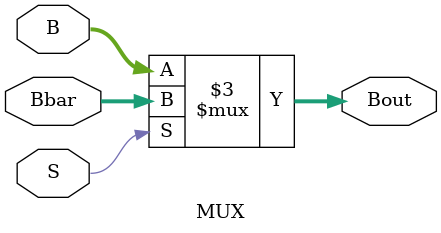
<source format=sv>
`timescale 1ns / 1ps


module MUX(
    input [5:0]B, //non negated B input
    input [5:0]Bbar, //negated B input
    input S, //select for mux
    output logic [5:0]Bout
  
    );
    
    always_comb
    begin
    if(S)
        Bout = Bbar;
    else
        Bout = B;
    end           
endmodule

</source>
